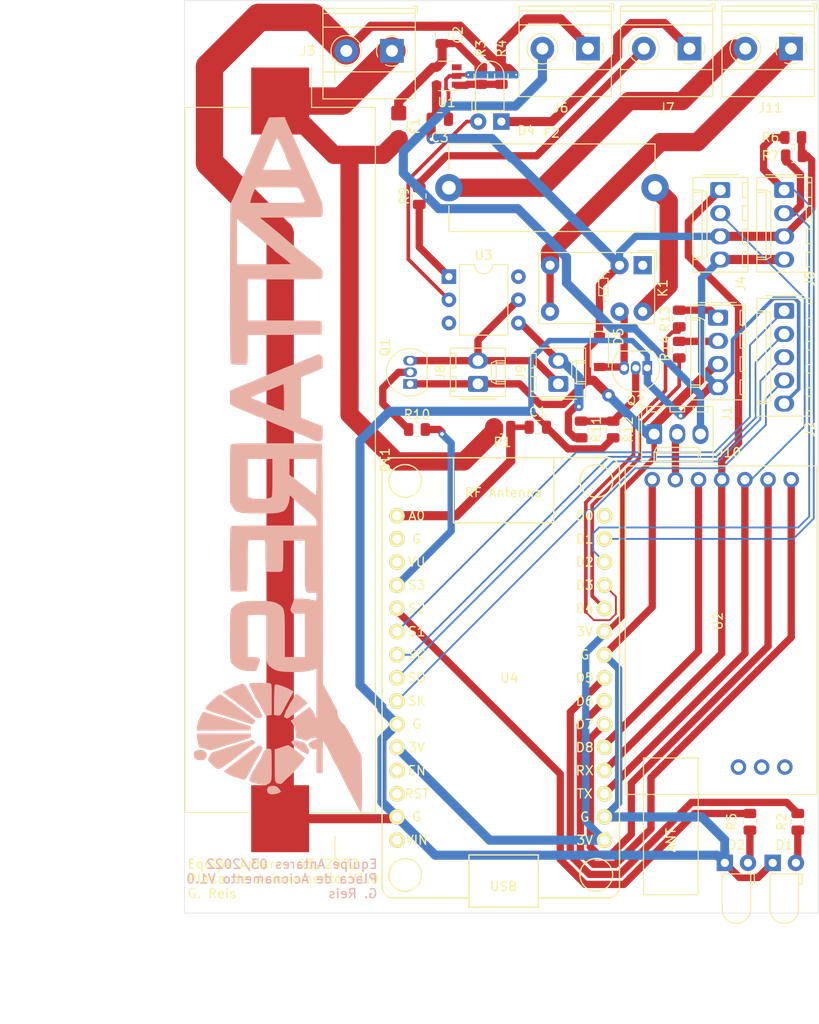
<source format=kicad_pcb>
(kicad_pcb (version 20171130) (host pcbnew 5.1.12-84ad8e8a86~92~ubuntu16.04.1)
  (layers (0 F.Cu signal) (31 B.Cu signal) (34 B.Paste user) (35 F.Paste user) (36 B.SilkS user) (37 F.SilkS user) (38 B.Mask user) (39 F.Mask user) (44 Edge.Cuts user))
  (net 0 "")
  (net 1 GND)
  (net 2 Vbat)
  (net 3 ADC)
  (net 4 "Net-(C2-Pad1)")
  (net 5 3V3)
  (net 6 "Net-(D1-Pad2)")
  (net 7 "Net-(D2-Pad2)")
  (net 8 "Net-(D4-Pad2)")
  (net 9 GND_ISO)
  (net 10 "Net-(D5-Pad2)")
  (net 11 "Net-(F2-Pad2)")
  (net 12 "Net-(F2-Pad1)")
  (net 13 DIO2)
  (net 14 DIO1)
  (net 15 SCLK)
  (net 16 MISO)
  (net 17 CS)
  (net 18 MOSI)
  (net 19 InputLora)
  (net 20 OutputLora)
  (net 21 SDA_MASTER)
  (net 22 SCL_MASTER)
  (net 23 "Net-(J8-Pad2)")
  (net 24 "Net-(J9-Pad2)")
  (net 25 Vext)
  (net 26 VLora)
  (net 27 "Net-(K1-Pad1)")
  (net 28 "Net-(Q1-Pad2)")
  (net 29 "Net-(Q2-Pad2)")
  (net 30 "Net-(U1-Pad3)")
  (net 31 "Net-(R3-Pad1)")
  (net 32 "Net-(U2-Pad10)")
  (net 33 "Net-(U2-Pad9)")
  (net 34 "Net-(U2-Pad8)")
  (net 35 StatusLora)
  (net 36 M1Lora)
  (net 37 M0Lora)
  (net 38 "Net-(U3-Pad6)")
  (net 39 "Net-(U3-Pad3)")
  (net 40 "Net-(R9-Pad1)")
  (net 41 NiCr)
  (net 42 "Net-(R13-Pad2)")
  (net 43 "Net-(R14-Pad1)")
  (net 44 LedAcionamento)
  (net 45 "Net-(U4-Pad13)")
  (net 46 "Net-(U4-Pad12)")
  (net 47 LedErro)
  (net 48 "Net-(U4-Pad3)")
  (net 49 "Net-(U4-Pad2)")
  (net 50 NiCr_ISO)
  (net 51 "Net-(J11-Pad1)")
  (net 52 "Net-(U4-Pad15)")
  (net 53 "Net-(U4-Pad30)")
  (module LoRA:AntaresLogo (layer B.Cu) (at 201.66 73.05 270)
    (fp_text reference G*** hide)
    (fp_text value LOGO hide)
  )
  (module TerminalBlock_Phoenix:TerminalBlock_Phoenix_MKDS-1,5-2_1x02_P5.00mm_Horizontal (layer F.Cu) (at 246.875 27.5 180)
    (fp_text reference J7 (at 2.5 -6.5) (layer F.SilkS))
    (fp_text value Screw_Terminal_01x02)
    (pad 2 thru_hole circle (at 5 0 180) (size 2.6 2.6) (drill 1.3) (layers *.Cu *.Mask) (net 50 NiCr_ISO))
    (pad 1 thru_hole rect (at 0 0 180) (size 2.6 2.6) (drill 1.3) (layers *.Cu *.Mask) (net 9 GND_ISO))
  )
  (module Connector_Molex:Molex_KK-254_AE-6410-05A_1x05_P2.54mm_Vertical (layer F.Cu) (at 257.25 56.25 270)
    (fp_text reference J2 (at 12.99 -2.83 90) (layer F.SilkS))
    (fp_text value Conn_01x05_Male)
    (pad 5 thru_hole oval (at 10.16 0 270) (size 1.74 2.19) (drill 1.19) (layers *.Cu *.Mask) (net 1 GND))
    (pad 4 thru_hole oval (at 7.62 0 270) (size 1.74 2.19) (drill 1.19) (layers *.Cu *.Mask) (net 15 SCLK))
    (pad 3 thru_hole oval (at 5.08 0 270) (size 1.74 2.19) (drill 1.19) (layers *.Cu *.Mask) (net 16 MISO))
    (pad 2 thru_hole oval (at 2.54 0 270) (size 1.74 2.19) (drill 1.19) (layers *.Cu *.Mask) (net 17 CS))
    (pad 1 thru_hole roundrect (at 0 0 270) (size 1.74 2.19) (drill 1.19) (layers *.Cu *.Mask) (roundrect_rratio 0.143678) (net 18 MOSI))
  )
  (module Connector_Molex:Molex_KK-254_AE-6410-04A_1x04_P2.54mm_Vertical (layer F.Cu) (at 257.25 43 270)
    (fp_text reference J5 (at 9.73 -2.83 90) (layer F.SilkS))
    (fp_text value Conn_01x04_Male)
    (pad 4 thru_hole oval (at 7.62 0 270) (size 1.74 2.19) (drill 1.19) (layers *.Cu *.Mask) (net 1 GND))
    (pad 3 thru_hole oval (at 5.08 0 270) (size 1.74 2.19) (drill 1.19) (layers *.Cu *.Mask) (net 5 3V3))
    (pad 2 thru_hole oval (at 2.54 0 270) (size 1.74 2.19) (drill 1.19) (layers *.Cu *.Mask) (net 21 SDA_MASTER))
    (pad 1 thru_hole roundrect (at 0 0 270) (size 1.74 2.19) (drill 1.19) (layers *.Cu *.Mask) (roundrect_rratio 0.143678) (net 22 SCL_MASTER))
  )
  (module LoRA:E32-xxxT20D (layer F.Cu) (at 260.83 73.25 270)
    (fp_text reference U2 (at 17 10.83 90) (layer F.SilkS))
    (fp_text value E32-915T20D)
    (fp_text user ANT (at 41 16 90) (layer F.SilkS))
    (pad 10 thru_hole circle (at 33 3.5 270) (size 1.7 1.7) (drill 1) (layers *.Cu *.Mask) (net 32 "Net-(U2-Pad10)"))
    (pad 9 thru_hole circle (at 33 6.04 270) (size 1.7 1.7) (drill 1) (layers *.Cu *.Mask) (net 33 "Net-(U2-Pad9)"))
    (pad 8 thru_hole circle (at 33 8.58 270) (size 1.7 1.7) (drill 1) (layers *.Cu *.Mask) (net 34 "Net-(U2-Pad8)"))
    (pad 7 thru_hole circle (at 1.5 18.04 270) (size 1.7 1.7) (drill 1) (layers *.Cu *.Mask) (net 1 GND))
    (pad 6 thru_hole circle (at 1.5 15.5 270) (size 1.7 1.7) (drill 1) (layers *.Cu *.Mask) (net 26 VLora))
    (pad 5 thru_hole circle (at 1.5 12.96 270) (size 1.7 1.7) (drill 1) (layers *.Cu *.Mask) (net 35 StatusLora))
    (pad 4 thru_hole circle (at 1.5 10.42 270) (size 1.7 1.7) (drill 1) (layers *.Cu *.Mask) (net 20 OutputLora))
    (pad 3 thru_hole circle (at 1.5 7.88 270) (size 1.7 1.7) (drill 1) (layers *.Cu *.Mask) (net 19 InputLora))
    (pad 2 thru_hole circle (at 1.5 5.34 270) (size 1.7 1.7) (drill 1) (layers *.Cu *.Mask) (net 36 M1Lora))
    (pad 1 thru_hole circle (at 1.5 2.8 270) (size 1.7 1.7) (drill 1) (layers *.Cu *.Mask) (net 37 M0Lora))
  )
  (module Connector_Molex:Molex_KK-254_AE-6410-03A_1x03_P2.54mm_Vertical (layer F.Cu) (at 243 69.75)
    (fp_text reference J10 (at 8.19 2.03) (layer F.SilkS))
    (fp_text value Conn_01x03_Male)
    (pad 3 thru_hole oval (at 5.08 0) (size 1.74 2.19) (drill 1.19) (layers *.Cu *.Mask) (net 25 Vext))
    (pad 2 thru_hole oval (at 2.54 0) (size 1.74 2.19) (drill 1.19) (layers *.Cu *.Mask) (net 26 VLora))
    (pad 1 thru_hole roundrect (at 0 0) (size 1.74 2.19) (drill 1.19) (layers *.Cu *.Mask) (roundrect_rratio 0.143678) (net 5 3V3))
  )
  (module Battery:BatteryHolder_Keystone_1042_1x18650 (layer F.Cu) (at 202 72.58 270)
    (fp_text reference BT1 (at 0 -11.5 90) (layer F.SilkS))
    (fp_text value Battery_Cell)
    (pad "" np_thru_hole circle (at -35.93 -8 270) (size 2.39 2.39) (drill 2.39) (layers *.Cu *.Mask))
    (pad "" np_thru_hole circle (at -27.6 8 270) (size 3.45 3.45) (drill 3.45) (layers *.Cu *.Mask))
    (pad "" np_thru_hole circle (at 27.6 -8 270) (size 3.45 3.45) (drill 3.45) (layers *.Cu *.Mask))
    (pad 2 smd rect (at 39.33 0 270) (size 7.34 6.35) (layers F.Cu F.Paste F.Mask) (net 1 GND))
    (pad 1 smd rect (at -39.33 0 270) (size 7.34 6.35) (layers F.Cu F.Paste F.Mask) (net 2 Vbat))
  )
  (module ESP8266:ESP12F-Devkit-V3 (layer F.Cu) (at 226.5 97.75)
    (fp_text reference U4 (at 0.635 -1.27) (layer F.SilkS))
    (fp_text value "NodeMCU1.0(ESP-12E)")
    (fp_text user USB (at 0 21.59) (layer F.SilkS))
    (fp_text user "RF Antenna" (at 0 -21.59) (layer F.SilkS))
    (fp_text user VIN (at -9.525 16.51) (layer F.SilkS))
    (fp_text user G (at -9.525 13.97) (layer F.SilkS))
    (fp_text user RST (at -9.525 11.43) (layer F.SilkS))
    (fp_text user EN (at -9.525 8.89) (layer F.SilkS))
    (fp_text user 3V (at -9.525 6.35) (layer F.SilkS))
    (fp_text user G (at -9.525 3.81) (layer F.SilkS))
    (fp_text user SK (at -9.525 1.27) (layer F.SilkS))
    (fp_text user SO (at -9.525 -1.27) (layer F.SilkS))
    (fp_text user SC (at -9.525 -3.81) (layer F.SilkS))
    (fp_text user S1 (at -9.525 -6.35) (layer F.SilkS))
    (fp_text user S2 (at -9.525 -8.89) (layer F.SilkS))
    (fp_text user S3 (at -9.525 -11.43) (layer F.SilkS))
    (fp_text user VU (at -9.525 -13.97) (layer F.SilkS))
    (fp_text user G (at -9.525 -16.51) (layer F.SilkS))
    (fp_text user A0 (at -9.525 -19.05) (layer F.SilkS))
    (fp_text user 3V (at 8.89 16.51) (layer F.SilkS))
    (fp_text user G (at 8.89 13.97) (layer F.SilkS))
    (fp_text user TX (at 8.89 11.43) (layer F.SilkS))
    (fp_text user RX (at 8.89 8.89) (layer F.SilkS))
    (fp_text user D8 (at 8.89 6.35) (layer F.SilkS))
    (fp_text user D7 (at 8.89 3.81) (layer F.SilkS))
    (fp_text user D6 (at 8.89 1.27) (layer F.SilkS))
    (fp_text user D5 (at 8.89 -1.27) (layer F.SilkS))
    (fp_text user G (at 8.89 -3.81) (layer F.SilkS))
    (fp_text user 3V (at 8.89 -6.35) (layer F.SilkS))
    (fp_text user D4 (at 8.89 -8.89) (layer F.SilkS))
    (fp_text user D3 (at 8.89 -11.43) (layer F.SilkS))
    (fp_text user D2 (at 8.89 -13.97) (layer F.SilkS))
    (fp_text user D1 (at 8.89 -16.51) (layer F.SilkS))
    (fp_text user D0 (at 8.89 -19.05) (layer F.SilkS))
    (pad 1 thru_hole circle (at -11.695 -19.05) (size 1.7 1.7) (drill 1) (layers *.Cu *.Mask F.SilkS) (net 3 ADC))
    (pad 2 thru_hole circle (at -11.695 -16.51) (size 1.7 1.7) (drill 1) (layers *.Cu *.Mask F.SilkS) (net 49 "Net-(U4-Pad2)"))
    (pad 3 thru_hole circle (at -11.695 -13.97) (size 1.7 1.7) (drill 1) (layers *.Cu *.Mask F.SilkS) (net 48 "Net-(U4-Pad3)"))
    (pad 4 thru_hole circle (at -11.695 -11.43) (size 1.7 1.7) (drill 1) (layers *.Cu *.Mask F.SilkS) (net 41 NiCr))
    (pad 5 thru_hole circle (at -11.695 -8.89) (size 1.7 1.7) (drill 1) (layers *.Cu *.Mask F.SilkS) (net 47 LedErro))
    (pad 6 thru_hole circle (at -11.695 -6.35) (size 1.7 1.7) (drill 1) (layers *.Cu *.Mask F.SilkS) (net 18 MOSI))
    (pad 7 thru_hole circle (at -11.695 -3.81) (size 1.7 1.7) (drill 1) (layers *.Cu *.Mask F.SilkS) (net 17 CS))
    (pad 8 thru_hole circle (at -11.695 -1.27) (size 1.7 1.7) (drill 1) (layers *.Cu *.Mask F.SilkS) (net 16 MISO))
    (pad 9 thru_hole circle (at -11.695 1.27) (size 1.7 1.7) (drill 1) (layers *.Cu *.Mask F.SilkS) (net 15 SCLK))
    (pad 10 thru_hole circle (at -11.695 3.81) (size 1.7 1.7) (drill 1) (layers *.Cu *.Mask F.SilkS) (net 1 GND))
    (pad 11 thru_hole circle (at -11.695 6.35) (size 1.7 1.7) (drill 1) (layers *.Cu *.Mask F.SilkS) (net 5 3V3))
    (pad 12 thru_hole circle (at -11.695 8.89) (size 1.7 1.7) (drill 1) (layers *.Cu *.Mask F.SilkS) (net 46 "Net-(U4-Pad12)"))
    (pad 13 thru_hole circle (at -11.695 11.43) (size 1.7 1.7) (drill 1) (layers *.Cu *.Mask F.SilkS) (net 45 "Net-(U4-Pad13)"))
    (pad 14 thru_hole circle (at -11.695 13.97) (size 1.7 1.7) (drill 1) (layers *.Cu *.Mask F.SilkS) (net 1 GND))
    (pad 15 thru_hole circle (at -11.695 16.51) (size 1.7 1.7) (drill 1) (layers *.Cu *.Mask F.SilkS) (net 52 "Net-(U4-Pad15)"))
    (pad 16 thru_hole circle (at 11.06 16.51) (size 1.7 1.7) (drill 1) (layers *.Cu *.Mask F.SilkS) (net 5 3V3))
    (pad 17 thru_hole circle (at 11.06 13.97) (size 1.7 1.7) (drill 1) (layers *.Cu *.Mask F.SilkS) (net 1 GND))
    (pad 18 thru_hole circle (at 11.06 11.43) (size 1.7 1.7) (drill 1) (layers *.Cu *.Mask F.SilkS) (net 19 InputLora))
    (pad 19 thru_hole circle (at 11.06 8.89) (size 1.7 1.7) (drill 1) (layers *.Cu *.Mask F.SilkS) (net 20 OutputLora))
    (pad 20 thru_hole circle (at 11.06 6.35) (size 1.7 1.7) (drill 1) (layers *.Cu *.Mask F.SilkS) (net 35 StatusLora))
    (pad 21 thru_hole circle (at 11.06 3.81) (size 1.7 1.7) (drill 1) (layers *.Cu *.Mask F.SilkS) (net 36 M1Lora))
    (pad 22 thru_hole circle (at 11.06 1.27) (size 1.7 1.7) (drill 1) (layers *.Cu *.Mask F.SilkS) (net 37 M0Lora))
    (pad 23 thru_hole circle (at 11.06 -1.27) (size 1.7 1.7) (drill 1) (layers *.Cu *.Mask F.SilkS) (net 44 LedAcionamento))
    (pad 24 thru_hole circle (at 11.06 -3.81) (size 1.7 1.7) (drill 1) (layers *.Cu *.Mask F.SilkS) (net 1 GND))
    (pad 25 thru_hole circle (at 11.06 -6.35) (size 1.7 1.7) (drill 1) (layers *.Cu *.Mask F.SilkS) (net 5 3V3))
    (pad 26 thru_hole circle (at 11.06 -8.89) (size 1.7 1.7) (drill 1) (layers *.Cu *.Mask F.SilkS) (net 43 "Net-(R14-Pad1)"))
    (pad 27 thru_hole circle (at 11.06 -11.43) (size 1.7 1.7) (drill 1) (layers *.Cu *.Mask F.SilkS) (net 42 "Net-(R13-Pad2)"))
    (pad 28 thru_hole circle (at 11.06 -13.97) (size 1.7 1.7) (drill 1) (layers *.Cu *.Mask F.SilkS) (net 21 SDA_MASTER))
    (pad 29 thru_hole circle (at 11.06 -16.51) (size 1.7 1.7) (drill 1) (layers *.Cu *.Mask F.SilkS) (net 22 SCL_MASTER))
    (pad 30 thru_hole circle (at 11.06 -19.05) (size 1.7 1.7) (drill 1) (layers *.Cu *.Mask F.SilkS) (net 53 "Net-(U4-Pad30)"))
  )
  (module Resistor_SMD:R_0805_2012Metric (layer F.Cu) (at 226.365 69 180)
    (fp_text reference R1 (at 0 -1.65) (layer F.SilkS))
    (fp_text value 1M)
    (pad 1 smd roundrect (at -0.9125 0 180) (size 1.025 1.4) (layers F.Cu F.Paste F.Mask) (roundrect_rratio 0.243902) (net 3 ADC))
    (pad 2 smd roundrect (at 0.9125 0 180) (size 1.025 1.4) (layers F.Cu F.Paste F.Mask) (roundrect_rratio 0.243902) (net 2 Vbat))
  )
  (module Capacitor_SMD:C_0805_2012Metric (layer F.Cu) (at 230.25 69)
    (fp_text reference C1 (at 0 -1.68) (layer F.SilkS))
    (fp_text value 100n)
    (pad 2 smd roundrect (at 0.95 0) (size 1 1.45) (layers F.Cu F.Paste F.Mask) (net 1 GND))
    (pad 1 smd roundrect (at -0.95 0) (size 1 1.45) (layers F.Cu F.Paste F.Mask) (net 3 ADC))
  )
  (module Package_TO_SOT_THT:TO-92_Inline (layer F.Cu) (at 242.25 62.5 180)
    (fp_text reference Q2 (at 1.27 -3.56) (layer F.SilkS))
    (fp_text value PN2222A)
    (pad 1 thru_hole rect (at 0 0 180) (size 1.05 1.5) (drill 0.75) (layers *.Cu *.Mask) (net 1 GND))
    (pad 3 thru_hole oval (at 2.54 0 180) (size 1.05 1.5) (drill 0.75) (layers *.Cu *.Mask) (net 10 "Net-(D5-Pad2)"))
    (pad 2 thru_hole oval (at 1.27 0 180) (size 1.05 1.5) (drill 0.75) (layers *.Cu *.Mask) (net 29 "Net-(Q2-Pad2)"))
  )
  (module Package_DIP:DIP-6_W7.62mm (layer F.Cu) (at 220.5 52.5)
    (fp_text reference U3 (at 3.81 -2.33) (layer F.SilkS))
    (fp_text value 4N32M)
    (pad 6 thru_hole oval (at 7.62 0) (size 1.6 1.6) (drill 0.8) (layers *.Cu *.Mask) (net 38 "Net-(U3-Pad6)"))
    (pad 3 thru_hole oval (at 0 5.08) (size 1.6 1.6) (drill 0.8) (layers *.Cu *.Mask) (net 39 "Net-(U3-Pad3)"))
    (pad 5 thru_hole oval (at 7.62 2.54) (size 1.6 1.6) (drill 0.8) (layers *.Cu *.Mask) (net 23 "Net-(J8-Pad2)"))
    (pad 2 thru_hole oval (at 0 2.54) (size 1.6 1.6) (drill 0.8) (layers *.Cu *.Mask) (net 8 "Net-(D4-Pad2)"))
    (pad 4 thru_hole oval (at 7.62 5.08) (size 1.6 1.6) (drill 0.8) (layers *.Cu *.Mask) (net 24 "Net-(J9-Pad2)"))
    (pad 1 thru_hole rect (at 0 0) (size 1.6 1.6) (drill 0.8) (layers *.Cu *.Mask) (net 40 "Net-(R9-Pad1)"))
  )
  (module Package_TO_SOT_SMD:SOT-23-5 (layer F.Cu) (at 220.25 30.5 180)
    (fp_text reference U1 (at 0 -2.9) (layer F.SilkS))
    (fp_text value ME6217C33M5G)
    (pad 5 smd rect (at 1.1 -0.95 180) (size 1.06 0.65) (layers F.Cu F.Paste F.Mask) (net 5 3V3))
    (pad 4 smd rect (at 1.1 0.95 180) (size 1.06 0.65) (layers F.Cu F.Paste F.Mask) (net 4 "Net-(C2-Pad1)"))
    (pad 3 smd rect (at -1.1 0.95 180) (size 1.06 0.65) (layers F.Cu F.Paste F.Mask) (net 30 "Net-(U1-Pad3)"))
    (pad 2 smd rect (at -1.1 0 180) (size 1.06 0.65) (layers F.Cu F.Paste F.Mask) (net 1 GND))
    (pad 1 smd rect (at -1.1 -0.95 180) (size 1.06 0.65) (layers F.Cu F.Paste F.Mask) (net 31 "Net-(R3-Pad1)"))
  )
  (module Package_TO_SOT_THT:TO-92_Inline (layer F.Cu) (at 216.25 64.25 90)
    (fp_text reference Q1 (at 4 -2.75 90) (layer F.SilkS))
    (fp_text value 2N3906)
    (pad 1 thru_hole rect (at 0 0 90) (size 1.05 1.5) (drill 0.75) (layers *.Cu *.Mask) (net 5 3V3))
    (pad 3 thru_hole oval (at 2.54 0 90) (size 1.05 1.5) (drill 0.75) (layers *.Cu *.Mask) (net 23 "Net-(J8-Pad2)"))
    (pad 2 thru_hole oval (at 1.27 0 90) (size 1.05 1.5) (drill 0.75) (layers *.Cu *.Mask) (net 28 "Net-(Q1-Pad2)"))
  )
  (module Relay_THT:Relay_SPDT_Omron_G5V-1 (layer F.Cu) (at 241.75 51.25 270)
    (fp_text reference K1 (at 2.5 -2.2 90) (layer F.SilkS))
    (fp_text value HK4100F-DC3V-SHG)
    (pad 5 thru_hole circle (at 0 10.16 270) (size 2 2) (drill 1) (layers *.Cu *.Mask) (net 51 "Net-(J11-Pad1)"))
    (pad 6 thru_hole circle (at 5.08 10.16 270) (size 2 2) (drill 1) (layers *.Cu *.Mask) (net 51 "Net-(J11-Pad1)"))
    (pad 2 thru_hole circle (at 0 2.54 270) (size 2 2) (drill 1) (layers *.Cu *.Mask) (net 5 3V3))
    (pad 1 thru_hole rect (at 0 0 270) (size 2 2) (drill 1) (layers *.Cu *.Mask) (net 27 "Net-(K1-Pad1)"))
    (pad 9 thru_hole circle (at 5.08 2.54 270) (size 2 2) (drill 1) (layers *.Cu *.Mask) (net 10 "Net-(D5-Pad2)"))
    (pad 10 thru_hole circle (at 5.08 0 270) (size 2 2) (drill 1) (layers *.Cu *.Mask) (net 11 "Net-(F2-Pad2)"))
  )
  (module Connector_Molex:Molex_KK-254_AE-6410-02A_1x02_P2.54mm_Vertical (layer F.Cu) (at 232.5 64.25 90)
    (fp_text reference J9 (at 1.27 -4.12 90) (layer F.SilkS))
    (fp_text value Header_1x2)
    (pad 2 thru_hole oval (at 2.54 0 90) (size 1.74 2.19) (drill 1.19) (layers *.Cu *.Mask) (net 24 "Net-(J9-Pad2)"))
    (pad 1 thru_hole roundrect (at 0 0 90) (size 1.74 2.19) (drill 1.19) (layers *.Cu *.Mask) (roundrect_rratio 0.143678) (net 23 "Net-(J8-Pad2)"))
  )
  (module Connector_Molex:Molex_KK-254_AE-6410-02A_1x02_P2.54mm_Vertical (layer F.Cu) (at 223.69 64.25 90)
    (fp_text reference J8 (at 1.27 -4.12 90) (layer F.SilkS))
    (fp_text value Header_1x2)
    (pad 2 thru_hole oval (at 2.54 0 90) (size 1.74 2.19) (drill 1.19) (layers *.Cu *.Mask) (net 23 "Net-(J8-Pad2)"))
    (pad 1 thru_hole roundrect (at 0 0 90) (size 1.74 2.19) (drill 1.19) (layers *.Cu *.Mask) (roundrect_rratio 0.143678) (net 5 3V3))
  )
  (module Connector_Molex:Molex_KK-254_AE-6410-04A_1x04_P2.54mm_Vertical (layer F.Cu) (at 250.25 43 270)
    (fp_text reference J4 (at 10.25 -2.25 90) (layer F.SilkS))
    (fp_text value Conn_01x04_Male)
    (pad 4 thru_hole oval (at 7.62 0 270) (size 1.74 2.19) (drill 1.19) (layers *.Cu *.Mask) (net 1 GND))
    (pad 3 thru_hole oval (at 5.08 0 270) (size 1.74 2.19) (drill 1.19) (layers *.Cu *.Mask) (net 5 3V3))
    (pad 2 thru_hole oval (at 2.54 0 270) (size 1.74 2.19) (drill 1.19) (layers *.Cu *.Mask) (net 19 InputLora))
    (pad 1 thru_hole roundrect (at 0 0 270) (size 1.74 2.19) (drill 1.19) (layers *.Cu *.Mask) (roundrect_rratio 0.143678) (net 20 OutputLora))
  )
  (module Connector_Molex:Molex_KK-254_AE-6410-04A_1x04_P2.54mm_Vertical (layer F.Cu) (at 250 57 270)
    (fp_text reference J1 (at 10.5 -1 90) (layer F.SilkS))
    (fp_text value Conn_01x04_Male)
    (pad 4 thru_hole oval (at 7.62 0 270) (size 1.74 2.19) (drill 1.19) (layers *.Cu *.Mask) (net 1 GND))
    (pad 3 thru_hole oval (at 5.08 0 270) (size 1.74 2.19) (drill 1.19) (layers *.Cu *.Mask) (net 5 3V3))
    (pad 2 thru_hole oval (at 2.54 0 270) (size 1.74 2.19) (drill 1.19) (layers *.Cu *.Mask) (net 13 DIO2))
    (pad 1 thru_hole roundrect (at 0 0 270) (size 1.74 2.19) (drill 1.19) (layers *.Cu *.Mask) (roundrect_rratio 0.143678) (net 14 DIO1))
  )
  (module Fuse:Fuseholder_Cylinder-5x20mm_Stelvio-Kontek_PTF78_Horizontal_Open (layer F.Cu) (at 220.5 42.75)
    (fp_text reference F2 (at 11.25 -6) (layer F.SilkS))
    (fp_text value Fuse)
    (pad 2 thru_hole circle (at 22.6 0) (size 3 3) (drill 1.5) (layers *.Cu *.Mask) (net 11 "Net-(F2-Pad2)"))
    (pad 1 thru_hole circle (at 0 0) (size 3 3) (drill 1.5) (layers *.Cu *.Mask) (net 12 "Net-(F2-Pad1)"))
  )
  (module Fuse:Fuse_1206_3216Metric_Castellated (layer F.Cu) (at 215 36 270)
    (fp_text reference F1 (at 0 -1.78 90) (layer F.SilkS))
    (fp_text value Polyfuse_Small)
    (pad 2 smd roundrect (at 1.425 0 270) (size 1.6 1.65) (layers F.Cu F.Paste F.Mask) (roundrect_rratio 0.15625) (net 2 Vbat))
    (pad 1 smd roundrect (at -1.425 0 270) (size 1.6 1.65) (layers F.Cu F.Paste F.Mask) (roundrect_rratio 0.15625) (net 4 "Net-(C2-Pad1)"))
  )
  (module Diode_SMD:D_SOD-123 (layer F.Cu) (at 237 60.75 270)
    (fp_text reference D5 (at -1.67 -2.1 90) (layer F.SilkS))
    (fp_text value 1N4148)
    (pad 2 smd rect (at 1.65 0 270) (size 0.9 1.2) (layers F.Cu F.Paste F.Mask) (net 10 "Net-(D5-Pad2)"))
    (pad 1 smd rect (at -1.65 0 270) (size 0.9 1.2) (layers F.Cu F.Paste F.Mask) (net 5 3V3))
  )
  (module LED_THT:LED_D3.0mm_Horizontal_O1.27mm_Z2.0mm (layer F.Cu) (at 226.25 35.5 180)
    (fp_text reference D4 (at -2.75 -1) (layer F.SilkS))
    (fp_text value Red)
    (pad 2 thru_hole circle (at 2.54 0 180) (size 1.8 1.8) (drill 0.9) (layers *.Cu *.Mask) (net 8 "Net-(D4-Pad2)"))
    (pad 1 thru_hole rect (at 0 0 180) (size 1.8 1.8) (drill 0.9) (layers *.Cu *.Mask) (net 9 GND_ISO))
  )
  (module LED_THT:LED_D3.0mm_Horizontal_O1.27mm_Z2.0mm (layer F.Cu) (at 250.75 116.75)
    (fp_text reference D2 (at 1.27 -1.96) (layer F.SilkS))
    (fp_text value Red)
    (pad 2 thru_hole circle (at 2.54 0) (size 1.8 1.8) (drill 0.9) (layers *.Cu *.Mask) (net 7 "Net-(D2-Pad2)"))
    (pad 1 thru_hole rect (at 0 0) (size 1.8 1.8) (drill 0.9) (layers *.Cu *.Mask) (net 1 GND))
  )
  (module LED_THT:LED_D3.0mm_Horizontal_O1.27mm_Z2.0mm (layer F.Cu) (at 256 116.75)
    (fp_text reference D1 (at 1.27 -1.96) (layer F.SilkS))
    (fp_text value Green)
    (pad 2 thru_hole circle (at 2.54 0) (size 1.8 1.8) (drill 0.9) (layers *.Cu *.Mask) (net 6 "Net-(D1-Pad2)"))
    (pad 1 thru_hole rect (at 0 0) (size 1.8 1.8) (drill 0.9) (layers *.Cu *.Mask) (net 1 GND))
  )
  (module Capacitor_SMD:C_0805_2012Metric (layer F.Cu) (at 219.5 35.25)
    (fp_text reference C3 (at 0 2) (layer F.SilkS))
    (fp_text value 10u)
    (pad 2 smd roundrect (at 0.95 0) (size 1 1.45) (layers F.Cu F.Paste F.Mask) (net 1 GND))
    (pad 1 smd roundrect (at -0.95 0) (size 1 1.45) (layers F.Cu F.Paste F.Mask) (net 5 3V3))
  )
  (module Capacitor_SMD:C_0805_2012Metric (layer F.Cu) (at 219.75 26 90)
    (fp_text reference C2 (at 0 1.75 90) (layer F.SilkS))
    (fp_text value 10u)
    (pad 2 smd roundrect (at 0.95 0 90) (size 1 1.45) (layers F.Cu F.Paste F.Mask) (net 1 GND))
    (pad 1 smd roundrect (at -0.95 0 90) (size 1 1.45) (layers F.Cu F.Paste F.Mask) (net 4 "Net-(C2-Pad1)"))
  )
  (module TerminalBlock_Phoenix:TerminalBlock_Phoenix_MKDS-1,5-2_1x02_P5.00mm_Horizontal (layer F.Cu) (at 214.25 27.75 180)
    (fp_text reference J3 (at 9.25 0) (layer F.SilkS))
    (fp_text value Screw_Terminal_01x02)
    (pad 1 thru_hole rect (at 0 0 180) (size 2.6 2.6) (drill 1.3) (layers *.Cu *.Mask) (net 2 Vbat))
    (pad 2 thru_hole circle (at 5 0 180) (size 2.6 2.6) (drill 1.3) (layers *.Cu *.Mask) (net 1 GND))
  )
  (module TerminalBlock_Phoenix:TerminalBlock_Phoenix_MKDS-1,5-2_1x02_P5.00mm_Horizontal (layer F.Cu) (at 235.75 27.5 180)
    (fp_text reference J6 (at 3 -6.5) (layer F.SilkS))
    (fp_text value Screw_Terminal_01x02)
    (pad 1 thru_hole rect (at 0 0 180) (size 2.6 2.6) (drill 1.3) (layers *.Cu *.Mask) (net 1 GND))
    (pad 2 thru_hole circle (at 5 0 180) (size 2.6 2.6) (drill 1.3) (layers *.Cu *.Mask) (net 25 Vext))
  )
  (module TerminalBlock_Phoenix:TerminalBlock_Phoenix_MKDS-1,5-2_1x02_P5.00mm_Horizontal (layer F.Cu) (at 258 27.5 180)
    (fp_text reference J11 (at 2.25 -6.5) (layer F.SilkS))
    (fp_text value Screw_Terminal_01x02)
    (pad 2 thru_hole circle (at 5 0 180) (size 2.6 2.6) (drill 1.3) (layers *.Cu *.Mask) (net 12 "Net-(F2-Pad1)"))
    (pad 1 thru_hole rect (at 0 0 180) (size 2.6 2.6) (drill 1.3) (layers *.Cu *.Mask) (net 51 "Net-(J11-Pad1)"))
  )
  (module Resistor_SMD:R_0805_2012Metric (layer F.Cu) (at 258.75 112.25 270)
    (fp_text reference R2 (at 0 1.75 90) (layer F.SilkS))
    (fp_text value 125)
    (pad 2 smd roundrect (at 0.9125 0 270) (size 1.025 1.4) (layers F.Cu F.Paste F.Mask) (roundrect_rratio 0.243902) (net 6 "Net-(D1-Pad2)"))
    (pad 1 smd roundrect (at -0.9125 0 270) (size 1.025 1.4) (layers F.Cu F.Paste F.Mask) (roundrect_rratio 0.243902) (net 44 LedAcionamento))
  )
  (module Resistor_SMD:R_0805_2012Metric (layer F.Cu) (at 224 30.5 90)
    (fp_text reference R3 (at 3 0 270) (layer F.SilkS))
    (fp_text value 0)
    (pad 2 smd roundrect (at 0.9125 0 90) (size 1.025 1.4) (layers F.Cu F.Paste F.Mask) (roundrect_rratio 0.243902) (net 4 "Net-(C2-Pad1)"))
    (pad 1 smd roundrect (at -0.9125 0 90) (size 1.025 1.4) (layers F.Cu F.Paste F.Mask) (roundrect_rratio 0.243902) (net 31 "Net-(R3-Pad1)"))
  )
  (module Resistor_SMD:R_0805_2012Metric (layer F.Cu) (at 226.25 30.5 90)
    (fp_text reference R4 (at 3 0 90) (layer F.SilkS))
    (fp_text value 1M)
    (pad 1 smd roundrect (at -0.9125 0 90) (size 1.025 1.4) (layers F.Cu F.Paste F.Mask) (roundrect_rratio 0.243902) (net 31 "Net-(R3-Pad1)"))
    (pad 2 smd roundrect (at 0.9125 0 90) (size 1.025 1.4) (layers F.Cu F.Paste F.Mask) (roundrect_rratio 0.243902) (net 1 GND))
  )
  (module Resistor_SMD:R_0805_2012Metric (layer F.Cu) (at 253.5 112.25 270)
    (fp_text reference R5 (at 0 2 90) (layer F.SilkS))
    (fp_text value 125)
    (pad 1 smd roundrect (at -0.9125 0 270) (size 1.025 1.4) (layers F.Cu F.Paste F.Mask) (roundrect_rratio 0.243902) (net 47 LedErro))
    (pad 2 smd roundrect (at 0.9125 0 270) (size 1.025 1.4) (layers F.Cu F.Paste F.Mask) (roundrect_rratio 0.243902) (net 7 "Net-(D2-Pad2)"))
  )
  (module Resistor_SMD:R_0805_2012Metric (layer F.Cu) (at 258.25 37.25 180)
    (fp_text reference R6 (at 2.5 0 180) (layer F.SilkS))
    (fp_text value 4.7K)
    (pad 2 smd roundrect (at 0.9125 0 180) (size 1.025 1.4) (layers F.Cu F.Paste F.Mask) (roundrect_rratio 0.243902) (net 22 SCL_MASTER))
    (pad 1 smd roundrect (at -0.9125 0 180) (size 1.025 1.4) (layers F.Cu F.Paste F.Mask) (roundrect_rratio 0.243902) (net 5 3V3))
  )
  (module Resistor_SMD:R_0805_2012Metric (layer F.Cu) (at 258.3375 39.25 180)
    (fp_text reference R7 (at 2.5875 0) (layer F.SilkS))
    (fp_text value 4.7K)
    (pad 1 smd roundrect (at -0.9125 0 180) (size 1.025 1.4) (layers F.Cu F.Paste F.Mask) (roundrect_rratio 0.243902) (net 5 3V3))
    (pad 2 smd roundrect (at 0.9125 0 180) (size 1.025 1.4) (layers F.Cu F.Paste F.Mask) (roundrect_rratio 0.243902) (net 21 SDA_MASTER))
  )
  (module Resistor_SMD:R_0805_2012Metric (layer F.Cu) (at 217.25 43.6625 90)
    (fp_text reference R9 (at 0 -1.65 90) (layer F.SilkS))
    (fp_text value 75)
    (pad 2 smd roundrect (at 0.9125 0 90) (size 1.025 1.4) (layers F.Cu F.Paste F.Mask) (roundrect_rratio 0.243902) (net 50 NiCr_ISO))
    (pad 1 smd roundrect (at -0.9125 0 90) (size 1.025 1.4) (layers F.Cu F.Paste F.Mask) (roundrect_rratio 0.243902) (net 40 "Net-(R9-Pad1)"))
  )
  (module Resistor_SMD:R_0805_2012Metric (layer F.Cu) (at 217 69.25)
    (fp_text reference R10 (at 0 -1.65) (layer F.SilkS))
    (fp_text value 3.3K)
    (pad 2 smd roundrect (at 0.9125 0) (size 1.025 1.4) (layers F.Cu F.Paste F.Mask) (roundrect_rratio 0.243902) (net 41 NiCr))
    (pad 1 smd roundrect (at -0.9125 0) (size 1.025 1.4) (layers F.Cu F.Paste F.Mask) (roundrect_rratio 0.243902) (net 28 "Net-(Q1-Pad2)"))
  )
  (module Resistor_SMD:R_0805_2012Metric (layer F.Cu) (at 235 69.25 270)
    (fp_text reference R11 (at 0 -1.65 90) (layer F.SilkS))
    (fp_text value 330)
    (pad 2 smd roundrect (at 0.9125 0 270) (size 1.025 1.4) (layers F.Cu F.Paste F.Mask) (roundrect_rratio 0.243902) (net 24 "Net-(J9-Pad2)"))
    (pad 1 smd roundrect (at -0.9125 0 270) (size 1.025 1.4) (layers F.Cu F.Paste F.Mask) (roundrect_rratio 0.243902) (net 29 "Net-(Q2-Pad2)"))
  )
  (module Resistor_SMD:R_0805_2012Metric (layer F.Cu) (at 238.5 69.25 270)
    (fp_text reference R12 (at 0 -1.65 90) (layer F.SilkS))
    (fp_text value 10K)
    (pad 1 smd roundrect (at -0.9125 0 270) (size 1.025 1.4) (layers F.Cu F.Paste F.Mask) (roundrect_rratio 0.243902) (net 29 "Net-(Q2-Pad2)"))
    (pad 2 smd roundrect (at 0.9125 0 270) (size 1.025 1.4) (layers F.Cu F.Paste F.Mask) (roundrect_rratio 0.243902) (net 1 GND))
  )
  (module Resistor_SMD:R_0805_2012Metric (layer F.Cu) (at 245.75 57.0875 270)
    (fp_text reference R13 (at 0.0625 1.55 90) (layer F.SilkS))
    (fp_text value 470)
    (pad 2 smd roundrect (at 0.9125 0 270) (size 1.025 1.4) (layers F.Cu F.Paste F.Mask) (roundrect_rratio 0.243902) (net 42 "Net-(R13-Pad2)"))
    (pad 1 smd roundrect (at -0.9125 0 270) (size 1.025 1.4) (layers F.Cu F.Paste F.Mask) (roundrect_rratio 0.243902) (net 14 DIO1))
  )
  (module Resistor_SMD:R_0805_2012Metric (layer F.Cu) (at 245.75 60.5 90)
    (fp_text reference R14 (at 0.15 -1.55 90) (layer F.SilkS))
    (fp_text value 470)
    (pad 1 smd roundrect (at -0.9125 0 90) (size 1.025 1.4) (layers F.Cu F.Paste F.Mask) (roundrect_rratio 0.243902) (net 43 "Net-(R14-Pad1)"))
    (pad 2 smd roundrect (at 0.9125 0 90) (size 1.025 1.4) (layers F.Cu F.Paste F.Mask) (roundrect_rratio 0.243902) (net 13 DIO2))
  )
  (gr_text "Equipe Antares 03/2022\nPlaca de Acionamento V1.0\nG. Reis " (at 212.75 118.5) (layer B.SilkS) (effects (font (size 1 1)) (justify left mirror)))
  (gr_text "Equipe Antares 03/2022\nPlaca de Acionamento V1.0\nG. Reis " (at 191.75 118.5) (layer F.SilkS) (effects (font (size 1 1)) (justify left)))
  (gr_line (start 261 122.25) (end 191.5 122.25) (layer Edge.Cuts) (width 0.05))
  (gr_line (start 191.5 122.25) (end 191.5 22.25) (layer Edge.Cuts) (width 0.05))
  (gr_line (start 261 22.25) (end 191.5 22.25) (layer Edge.Cuts) (width 0.05))
  (gr_line (start 261 122.25) (end 261 22.25) (layer Edge.Cuts) (width 0.05))
  (via (at 245.9 67.75) (size 0.8) (drill 0.4) (layers F.Cu B.Cu) (net 1))
  (via (at 229.5 67.25) (size 0.4) (drill 0.2) (layers F.Cu B.Cu) (net 1))
  (segment (start 256 116.29) (end 255.79 116.5) (width 0.6) (layer F.Cu) (net 1))
  (segment (start 202 47.762998) (end 202 111.91) (width 3) (layer F.Cu) (net 1))
  (segment (start 194.25 29.5) (end 194.25 40.012998) (width 3) (layer F.Cu) (net 1))
  (segment (start 209.25 27.75) (end 205.57501 24.07501) (width 3) (layer F.Cu) (net 1))
  (segment (start 205.57501 24.07501) (end 199.67499 24.07501) (width 3) (layer F.Cu) (net 1))
  (segment (start 199.67499 24.07501) (end 194.25 29.5) (width 3) (layer F.Cu) (net 1))
  (segment (start 194.25 40.012998) (end 195.743501 41.506499) (width 3) (layer F.Cu) (net 1))
  (segment (start 221.7125 25.05) (end 226.25 29.5875) (width 1) (layer F.Cu) (net 1))
  (segment (start 219.75 25.05) (end 221.7125 25.05) (width 1) (layer F.Cu) (net 1))
  (segment (start 211.95 25.05) (end 209.25 27.75) (width 1) (layer F.Cu) (net 1))
  (segment (start 219.75 25.05) (end 211.95 25.05) (width 1) (layer F.Cu) (net 1))
  (segment (start 220.45 32.2) (end 220.180001 31.930001) (width 0.4) (layer F.Cu) (net 1))
  (segment (start 220.45 35.25) (end 220.45 32.2) (width 0.4) (layer F.Cu) (net 1))
  (segment (start 220.180001 30.864997) (end 220.544998 30.5) (width 0.4) (layer F.Cu) (net 1))
  (segment (start 220.544998 30.5) (end 221.35 30.5) (width 0.4) (layer F.Cu) (net 1))
  (segment (start 220.180001 31.930001) (end 220.180001 30.864997) (width 0.4) (layer F.Cu) (net 1))
  (segment (start 195.743501 41.506499) (end 198.868501 44.631499) (width 3) (layer F.Cu) (net 1))
  (segment (start 198.868501 44.631499) (end 202 47.762998) (width 3) (layer F.Cu) (net 1))
  (segment (start 235.75 27.5) (end 235.75 27.25) (width 2) (layer F.Cu) (net 1))
  (segment (start 235.75 27.25) (end 232.75 24.25) (width 1) (layer F.Cu) (net 1))
  (segment (start 232.75 24.25) (end 229 24.25) (width 1) (layer F.Cu) (net 1))
  (segment (start 226.25 27) (end 226.25 29.5875) (width 1) (layer F.Cu) (net 1))
  (segment (start 229 24.25) (end 226.25 27) (width 1) (layer F.Cu) (net 1))
  (segment (start 237.28749 71.37501) (end 238.5 70.1625) (width 0.8) (layer F.Cu) (net 1))
  (segment (start 233.57501 71.37501) (end 237.28749 71.37501) (width 0.8) (layer F.Cu) (net 1))
  (segment (start 231.2 69) (end 233.57501 71.37501) (width 0.8) (layer F.Cu) (net 1))
  (segment (start 250.25 50.62) (end 257.25 50.62) (width 1) (layer F.Cu) (net 1))
  (segment (start 252.350001 118.350001) (end 250.75 116.75) (width 0.8) (layer F.Cu) (net 1))
  (segment (start 254.399999 118.350001) (end 252.350001 118.350001) (width 0.8) (layer F.Cu) (net 1))
  (segment (start 256 116.75) (end 254.399999 118.350001) (width 0.8) (layer F.Cu) (net 1))
  (segment (start 242.79 88.71) (end 237.56 93.94) (width 0.8) (layer F.Cu) (net 1))
  (segment (start 242.79 74.75) (end 242.79 88.71) (width 0.8) (layer F.Cu) (net 1))
  (segment (start 248.20499 62.82499) (end 250 64.62) (width 0.8) (layer B.Cu) (net 1))
  (segment (start 248.20499 52.66501) (end 248.20499 62.82499) (width 0.8) (layer B.Cu) (net 1))
  (segment (start 250.25 50.62) (end 248.20499 52.66501) (width 0.8) (layer B.Cu) (net 1))
  (segment (start 251.59501 59.379312) (end 251.59501 63.02499) (width 0.4) (layer B.Cu) (net 1))
  (segment (start 251.59501 63.02499) (end 250 64.62) (width 0.4) (layer B.Cu) (net 1))
  (segment (start 256.094332 54.87999) (end 251.59501 59.379312) (width 0.4) (layer B.Cu) (net 1))
  (segment (start 258.405668 54.87999) (end 256.094332 54.87999) (width 0.4) (layer B.Cu) (net 1))
  (segment (start 258.84501 55.319332) (end 258.405668 54.87999) (width 0.4) (layer B.Cu) (net 1))
  (segment (start 258.84501 64.81499) (end 258.84501 55.319332) (width 0.4) (layer B.Cu) (net 1))
  (segment (start 257.25 66.41) (end 258.84501 64.81499) (width 0.4) (layer B.Cu) (net 1))
  (segment (start 221.374999 30.375001) (end 222.625001 30.375001) (width 0.4) (layer F.Cu) (net 1))
  (segment (start 221.35 30.4) (end 221.374999 30.375001) (width 0.4) (layer F.Cu) (net 1))
  (segment (start 221.35 30.5) (end 221.35 30.4) (width 0.4) (layer F.Cu) (net 1))
  (segment (start 222.625001 30.375001) (end 222.625001 30.375001) (width 0.4) (layer F.Cu) (net 1))
  (via (at 222.625001 30.375001) (size 0.4) (drill 0.2) (layers F.Cu B.Cu) (net 1))
  (segment (start 222.625001 30.375001) (end 227.874999 30.375001) (width 0.8) (layer B.Cu) (net 1))
  (segment (start 227.874999 30.375001) (end 227.874999 30.375001) (width 0.8) (layer B.Cu) (net 1))
  (via (at 227.874999 30.375001) (size 0.4) (drill 0.2) (layers F.Cu B.Cu) (net 1))
  (segment (start 227.087498 29.5875) (end 226.25 29.5875) (width 0.8) (layer F.Cu) (net 1))
  (segment (start 227.874999 30.375001) (end 227.087498 29.5875) (width 0.8) (layer F.Cu) (net 1))
  (segment (start 242.25 61.15) (end 240.6 59.5) (width 0.6) (layer B.Cu) (net 1))
  (segment (start 242.25 62.5) (end 242.25 61.15) (width 0.6) (layer B.Cu) (net 1))
  (segment (start 240.6 59.5) (end 231.5 59.5) (width 0.6) (layer B.Cu) (net 1))
  (segment (start 231.5 59.5) (end 229.5 61.5) (width 0.6) (layer B.Cu) (net 1))
  (segment (start 229.5 61.5) (end 229.5 67.25) (width 0.6) (layer B.Cu) (net 1))
  (segment (start 231.2 68.95) (end 229.5 67.25) (width 0.6) (layer F.Cu) (net 1))
  (segment (start 231.2 69) (end 231.2 68.95) (width 0.6) (layer F.Cu) (net 1))
  (segment (start 214.615 111.91) (end 214.805 111.72) (width 1) (layer F.Cu) (net 1))
  (segment (start 202 111.91) (end 214.615 111.91) (width 1) (layer F.Cu) (net 1))
  (segment (start 213.154999 110.069999) (end 214.805 111.72) (width 1) (layer B.Cu) (net 1))
  (segment (start 213.154999 103.210001) (end 213.154999 110.069999) (width 1) (layer B.Cu) (net 1))
  (segment (start 214.805 101.56) (end 213.154999 103.210001) (width 1) (layer B.Cu) (net 1))
  (segment (start 249.910001 115.910001) (end 250.75 116.75) (width 1) (layer B.Cu) (net 1))
  (segment (start 218.995001 115.910001) (end 249.910001 115.910001) (width 1) (layer B.Cu) (net 1))
  (segment (start 214.805 111.72) (end 218.995001 115.910001) (width 1) (layer B.Cu) (net 1))
  (segment (start 250.75 116.75) (end 250.75 114.25) (width 1) (layer B.Cu) (net 1))
  (segment (start 248.22 111.72) (end 237.56 111.72) (width 1) (layer B.Cu) (net 1))
  (segment (start 250.75 114.25) (end 248.22 111.72) (width 1) (layer B.Cu) (net 1))
  (segment (start 239.110001 110.169999) (end 237.56 111.72) (width 0.8) (layer B.Cu) (net 1))
  (segment (start 239.110001 95.490001) (end 239.110001 110.169999) (width 0.8) (layer B.Cu) (net 1))
  (segment (start 237.56 93.94) (end 239.110001 95.490001) (width 0.8) (layer B.Cu) (net 1))
  (segment (start 229.5 67.25) (end 214 67.25) (width 1) (layer B.Cu) (net 1))
  (segment (start 214 67.25) (end 210.75 70.5) (width 1) (layer B.Cu) (net 1))
  (segment (start 210.75 70.5) (end 210.75 97.25) (width 1) (layer B.Cu) (net 1))
  (segment (start 213.154999 99.909999) (end 214.805 101.56) (width 1) (layer B.Cu) (net 1))
  (segment (start 213.154999 99.654999) (end 213.154999 99.909999) (width 1) (layer B.Cu) (net 1))
  (segment (start 210.75 97.25) (end 213.154999 99.654999) (width 1) (layer B.Cu) (net 1))
  (segment (start 250 64.62) (end 249.13 64.62) (width 1) (layer F.Cu) (net 1))
  (segment (start 249.13 64.62) (end 246 67.75) (width 0.8) (layer F.Cu) (net 1))
  (segment (start 242.25 64.095029) (end 245.904971 67.75) (width 0.8) (layer B.Cu) (net 1))
  (segment (start 242.25 62.5) (end 242.25 64.095029) (width 0.8) (layer B.Cu) (net 1))
  (segment (start 208.75 33.25) (end 202 33.25) (width 3) (layer F.Cu) (net 2))
  (segment (start 214.25 27.75) (end 208.75 33.25) (width 3) (layer F.Cu) (net 2))
  (segment (start 225.4525 69.4525) (end 222.155 72.75) (width 2) (layer F.Cu) (net 2))
  (segment (start 225.4525 69) (end 225.4525 69.4525) (width 2) (layer F.Cu) (net 2))
  (segment (start 222.155 72.75) (end 214.75 72.75) (width 2) (layer F.Cu) (net 2))
  (segment (start 209.604999 67.604999) (end 209.604999 39.145001) (width 2) (layer F.Cu) (net 2))
  (segment (start 214.75 72.75) (end 209.604999 67.604999) (width 2) (layer F.Cu) (net 2))
  (segment (start 213.279999 39.145001) (end 207.895001 39.145001) (width 2) (layer F.Cu) (net 2))
  (segment (start 207.895001 39.145001) (end 202 33.25) (width 2) (layer F.Cu) (net 2))
  (segment (start 215 37.425) (end 213.279999 39.145001) (width 2) (layer F.Cu) (net 2))
  (segment (start 227.2775 69) (end 229.3 69) (width 0.6) (layer F.Cu) (net 3))
  (segment (start 227.2775 69) (end 227.2775 72.7225) (width 1) (layer F.Cu) (net 3))
  (segment (start 221.3 78.7) (end 214.805 78.7) (width 1) (layer F.Cu) (net 3))
  (segment (start 227.2775 72.7225) (end 221.3 78.7) (width 1) (layer F.Cu) (net 3))
  (segment (start 219.75 28.95) (end 219.15 29.55) (width 1) (layer F.Cu) (net 4))
  (segment (start 219.75 26.95) (end 219.75 28.95) (width 1) (layer F.Cu) (net 4))
  (segment (start 218.754998 29.55) (end 219.15 29.55) (width 1) (layer F.Cu) (net 4))
  (segment (start 215 33.304998) (end 218.754998 29.55) (width 1) (layer F.Cu) (net 4))
  (segment (start 215 34.575) (end 215 33.304998) (width 1) (layer F.Cu) (net 4))
  (segment (start 221.3625 26.95) (end 219.75 26.95) (width 0.8) (layer F.Cu) (net 4))
  (segment (start 224 29.5875) (end 221.3625 26.95) (width 0.8) (layer F.Cu) (net 4))
  (via (at 218.6 37.45) (size 0.8) (drill 0.4) (layers F.Cu B.Cu) (net 5))
  (segment (start 216.25 64.25) (end 223.69 64.25) (width 0.8) (layer F.Cu) (net 5))
  (segment (start 223.69 64.25) (end 224.25 64.25) (width 0.6) (layer F.Cu) (net 5))
  (segment (start 216.19499 64.30501) (end 216.25 64.30501) (width 1) (layer B.Cu) (net 5))
  (segment (start 219.15 34.65) (end 218.55 35.25) (width 1) (layer F.Cu) (net 5))
  (segment (start 219.15 31.45) (end 219.15 34.65) (width 1) (layer F.Cu) (net 5))
  (segment (start 223.69 64.25) (end 228.25 64.25) (width 0.8) (layer F.Cu) (net 5))
  (segment (start 228.25 64.25) (end 230.5 66.5) (width 0.8) (layer F.Cu) (net 5))
  (segment (start 235.699999 60.400001) (end 237 59.1) (width 0.8) (layer F.Cu) (net 5))
  (segment (start 233.05852 66.5) (end 235.699999 63.858521) (width 0.8) (layer F.Cu) (net 5))
  (segment (start 235.699999 63.858521) (end 235.699999 60.400001) (width 0.8) (layer F.Cu) (net 5))
  (segment (start 230.5 66.5) (end 233.05852 66.5) (width 0.8) (layer F.Cu) (net 5))
  (segment (start 237 53.46) (end 239.21 51.25) (width 0.8) (layer F.Cu) (net 5))
  (segment (start 237 59.1) (end 237 53.46) (width 0.8) (layer F.Cu) (net 5))
  (segment (start 259.1625 39.1625) (end 259.25 39.25) (width 0.8) (layer F.Cu) (net 5))
  (segment (start 259.1625 37.25) (end 259.1625 39.1625) (width 0.8) (layer F.Cu) (net 5))
  (segment (start 259.7625 39.25) (end 260.27499 39.76249) (width 0.8) (layer F.Cu) (net 5))
  (segment (start 259.25 39.25) (end 259.7625 39.25) (width 0.8) (layer F.Cu) (net 5))
  (segment (start 260.27499 45.05501) (end 257.25 48.08) (width 0.8) (layer F.Cu) (net 5))
  (segment (start 260.27499 39.76249) (end 260.27499 45.05501) (width 0.8) (layer F.Cu) (net 5))
  (segment (start 257.25 48.08) (end 250.25 48.08) (width 1) (layer F.Cu) (net 5))
  (segment (start 249.775 62.08) (end 243 68.855) (width 1) (layer F.Cu) (net 5))
  (segment (start 243 68.855) (end 243 69.75) (width 1) (layer F.Cu) (net 5))
  (segment (start 250 62.08) (end 249.775 62.08) (width 1) (layer F.Cu) (net 5))
  (segment (start 239.21 49.835787) (end 239.21 51.25) (width 0.8) (layer B.Cu) (net 5))
  (segment (start 240.965787 48.08) (end 239.21 49.835787) (width 0.8) (layer B.Cu) (net 5))
  (segment (start 250.25 48.08) (end 240.965787 48.08) (width 0.8) (layer B.Cu) (net 5))
  (segment (start 224.965 114.26) (end 214.805 104.1) (width 1) (layer B.Cu) (net 5))
  (segment (start 237.56 114.26) (end 224.965 114.26) (width 1) (layer B.Cu) (net 5))
  (segment (start 237.56 114.26) (end 235.5 112.2) (width 0.8) (layer B.Cu) (net 5))
  (segment (start 237.56 91.645998) (end 237.56 91.4) (width 0.8) (layer B.Cu) (net 5))
  (segment (start 235.5 93.705998) (end 237.56 91.645998) (width 0.8) (layer B.Cu) (net 5))
  (segment (start 235.5 112.2) (end 235.5 93.705998) (width 0.8) (layer B.Cu) (net 5))
  (segment (start 235.699999 63.858521) (end 236.358521 63.858521) (width 1) (layer F.Cu) (net 5))
  (segment (start 236.358521 63.858521) (end 238 65.5) (width 1) (layer F.Cu) (net 5))
  (segment (start 238 65.5) (end 238 65.5) (width 1) (layer F.Cu) (net 5))
  (via (at 238 65.5) (size 1.4) (drill 0.7) (layers F.Cu B.Cu) (net 5))
  (segment (start 242.25 69.75) (end 238 65.5) (width 1) (layer B.Cu) (net 5))
  (segment (start 243 69.75) (end 242.25 69.75) (width 1) (layer B.Cu) (net 5))
  (segment (start 237.859964 91.4) (end 237.56 91.4) (width 0.6) (layer F.Cu) (net 5))
  (segment (start 239.510011 89.749953) (end 237.859964 91.4) (width 0.6) (layer F.Cu) (net 5))
  (segment (start 239.510011 75.883987) (end 239.510011 89.749953) (width 0.6) (layer F.Cu) (net 5))
  (segment (start 243 72.393998) (end 239.510011 75.883987) (width 0.6) (layer F.Cu) (net 5))
  (segment (start 243 69.75) (end 243 72.393998) (width 0.6) (layer F.Cu) (net 5))
  (segment (start 218.55 35.25) (end 218.55 37.4) (width 1) (layer F.Cu) (net 5))
  (segment (start 218.768488 37.35) (end 218.634244 37.484244) (width 1) (layer B.Cu) (net 5))
  (segment (start 239.21 51.25) (end 227.460001 39.500001) (width 1) (layer B.Cu) (net 5))
  (segment (start 227.460001 39.500001) (end 227.350001 39.500001) (width 1) (layer B.Cu) (net 5))
  (segment (start 227.350001 39.500001) (end 225.2 37.35) (width 1) (layer B.Cu) (net 5))
  (segment (start 225.2 37.35) (end 218.768488 37.35) (width 1) (layer B.Cu) (net 5))
  (segment (start 258.75 116.54) (end 258.54 116.75) (width 0.8) (layer F.Cu) (net 6))
  (segment (start 258.75 113.1625) (end 258.75 116.54) (width 0.8) (layer F.Cu) (net 6))
  (segment (start 253.5 116.54) (end 253.29 116.75) (width 0.8) (layer F.Cu) (net 7))
  (segment (start 253.5 113.1625) (end 253.5 116.54) (width 0.8) (layer F.Cu) (net 7))
  (segment (start 216.04999 50.58999) (end 220.5 55.04) (width 0.4) (layer F.Cu) (net 8))
  (segment (start 222.437208 35.5) (end 216.04999 41.887218) (width 0.4) (layer F.Cu) (net 8))
  (segment (start 216.04999 41.887218) (end 216.04999 50.58999) (width 0.4) (layer F.Cu) (net 8))
  (segment (start 223.71 35.5) (end 222.437208 35.5) (width 0.4) (layer F.Cu) (net 8))
  (segment (start 226.25 35.5) (end 226.5 35.25) (width 1) (layer F.Cu) (net 9))
  (segment (start 231.790002 35.5) (end 239 28.290002) (width 1) (layer F.Cu) (net 9))
  (segment (start 226.25 35.5) (end 231.790002 35.5) (width 1) (layer F.Cu) (net 9))
  (segment (start 239 28.290002) (end 239 26.25) (width 1) (layer F.Cu) (net 9))
  (segment (start 239 26.25) (end 240.5 24.75) (width 1) (layer F.Cu) (net 9))
  (segment (start 244.125 24.75) (end 246.875 27.5) (width 1) (layer F.Cu) (net 9))
  (segment (start 240.5 24.75) (end 244.125 24.75) (width 1) (layer F.Cu) (net 9))
  (segment (start 239.61 62.4) (end 239.71 62.5) (width 0.8) (layer F.Cu) (net 10))
  (segment (start 237 62.4) (end 239.61 62.4) (width 0.8) (layer F.Cu) (net 10))
  (segment (start 239.71 56.83) (end 239.21 56.33) (width 0.8) (layer F.Cu) (net 10))
  (segment (start 239.71 62.5) (end 239.71 56.83) (width 0.8) (layer F.Cu) (net 10))
  (segment (start 244.599999 53.480001) (end 241.75 56.33) (width 2) (layer F.Cu) (net 11))
  (segment (start 244.599999 44.249999) (end 244.599999 53.480001) (width 2) (layer F.Cu) (net 11))
  (segment (start 243.1 42.75) (end 244.599999 44.249999) (width 2) (layer F.Cu) (net 11))
  (segment (start 220.5 42.75) (end 230.75 42.75) (width 2) (layer F.Cu) (net 12))
  (segment (start 230.75 42.75) (end 240.25 33.25) (width 2) (layer F.Cu) (net 12))
  (segment (start 251.815002 27.5) (end 253 27.5) (width 2) (layer F.Cu) (net 12))
  (segment (start 246.065002 33.25) (end 251.815002 27.5) (width 2) (layer F.Cu) (net 12))
  (segment (start 240.25 33.25) (end 246.065002 33.25) (width 2) (layer F.Cu) (net 12))
  (segment (start 249.9525 59.5875) (end 250 59.54) (width 0.8) (layer F.Cu) (net 13))
  (segment (start 245.75 59.5875) (end 249.9525 59.5875) (width 0.8) (layer F.Cu) (net 13))
  (segment (start 249.175 56.175) (end 250 57) (width 0.8) (layer F.Cu) (net 14))
  (segment (start 245.75 56.175) (end 249.175 56.175) (width 0.8) (layer F.Cu) (net 14))
  (segment (start 214.805 98.404002) (end 214.805 99.02) (width 0.3) (layer B.Cu) (net 15))
  (segment (start 257.25 63.87) (end 255.25 65.87) (width 0.2) (layer B.Cu) (net 15))
  (segment (start 255.25 68.75) (end 250.500001 73.499999) (width 0.2) (layer B.Cu) (net 15))
  (segment (start 250.500001 73.499999) (end 240.909999 73.499999) (width 0.2) (layer B.Cu) (net 15))
  (segment (start 255.25 65.87) (end 255.25 68.75) (width 0.2) (layer B.Cu) (net 15))
  (segment (start 235.725001 78.099999) (end 214.805 99.02) (width 0.2) (layer B.Cu) (net 15))
  (segment (start 236.309999 78.099999) (end 235.725001 78.099999) (width 0.2) (layer B.Cu) (net 15))
  (segment (start 240.909999 73.499999) (end 236.309999 78.099999) (width 0.2) (layer B.Cu) (net 15))
  (segment (start 238.535 72.75) (end 214.805 96.48) (width 0.2) (layer B.Cu) (net 16))
  (segment (start 257.25 61.33) (end 254.646435 63.933565) (width 0.2) (layer B.Cu) (net 16))
  (segment (start 254.646435 63.933565) (end 254.646435 68.146435) (width 0.2) (layer B.Cu) (net 16))
  (segment (start 254.646435 68.146435) (end 250.04287 72.75) (width 0.2) (layer B.Cu) (net 16))
  (segment (start 250.04287 72.75) (end 238.535 72.75) (width 0.2) (layer B.Cu) (net 16))
  (segment (start 216.31 93.94) (end 214.805 93.94) (width 0.2) (layer B.Cu) (net 17))
  (segment (start 249.83576 72.24999) (end 238.00001 72.24999) (width 0.2) (layer B.Cu) (net 17))
  (segment (start 238.00001 72.24999) (end 216.31 93.94) (width 0.2) (layer B.Cu) (net 17))
  (segment (start 254.146425 67.939325) (end 249.83576 72.24999) (width 0.2) (layer B.Cu) (net 17))
  (segment (start 257.25 58.79) (end 254.116087 61.923913) (width 0.2) (layer B.Cu) (net 17))
  (segment (start 254.116087 61.923913) (end 254.116087 67.383913) (width 0.2) (layer B.Cu) (net 17))
  (segment (start 254.116087 67.383913) (end 254.146425 67.414251) (width 0.2) (layer B.Cu) (net 17))
  (segment (start 254.146425 67.414251) (end 254.146425 67.939325) (width 0.2) (layer B.Cu) (net 17))
  (segment (start 214.805 91.4) (end 215.35 91.4) (width 0.3) (layer B.Cu) (net 18))
  (segment (start 237.79288 71.75) (end 234.455 71.75) (width 0.2) (layer B.Cu) (net 18))
  (segment (start 237.7929 71.74998) (end 237.79288 71.75) (width 0.2) (layer B.Cu) (net 18))
  (segment (start 234.455 71.75) (end 214.805 91.4) (width 0.2) (layer B.Cu) (net 18))
  (segment (start 257.25 56.25) (end 253.5 60) (width 0.2) (layer B.Cu) (net 18))
  (segment (start 253.5 60) (end 253.5 67.87863) (width 0.2) (layer B.Cu) (net 18))
  (segment (start 253.5 67.87863) (end 249.62865 71.74998) (width 0.2) (layer B.Cu) (net 18))
  (segment (start 249.62865 71.74998) (end 237.7929 71.74998) (width 0.2) (layer B.Cu) (net 18))
  (segment (start 252.95 93.79) (end 237.56 109.18) (width 0.8) (layer F.Cu) (net 19))
  (segment (start 252.95 74.75) (end 252.95 93.79) (width 0.8) (layer F.Cu) (net 19))
  (segment (start 253.639998 74.75) (end 252.95 74.75) (width 0.2) (layer B.Cu) (net 19))
  (segment (start 250.25 45.54) (end 250.25 45.641065) (width 0.2) (layer B.Cu) (net 19))
  (segment (start 250.25 45.641065) (end 259.49999 54.891055) (width 0.2) (layer B.Cu) (net 19))
  (segment (start 259.49999 54.891055) (end 259.49999 68.890008) (width 0.2) (layer B.Cu) (net 19))
  (segment (start 259.49999 68.890008) (end 253.639998 74.75) (width 0.2) (layer B.Cu) (net 19))
  (segment (start 246.75 46.5) (end 247.25 46) (width 0.8) (layer F.Cu) (net 20))
  (segment (start 246.75 50.25) (end 246.75 46.5) (width 0.8) (layer F.Cu) (net 20))
  (segment (start 250.41 74.75) (end 250.41 72.59) (width 0.8) (layer F.Cu) (net 20))
  (segment (start 252.25 70.75) (end 252.25 55.75) (width 0.8) (layer F.Cu) (net 20))
  (segment (start 247.25 46) (end 250.25 43) (width 0.8) (layer F.Cu) (net 20))
  (segment (start 252.25 55.75) (end 246.75 50.25) (width 0.8) (layer F.Cu) (net 20))
  (segment (start 250.41 72.59) (end 252.25 70.75) (width 0.8) (layer F.Cu) (net 20))
  (segment (start 250.41 93.79) (end 237.56 106.64) (width 0.8) (layer F.Cu) (net 20))
  (segment (start 250.41 74.75) (end 250.41 93.79) (width 0.8) (layer F.Cu) (net 20))
  (segment (start 257.425 39.25) (end 257.425 39.925) (width 0.8) (layer F.Cu) (net 21))
  (segment (start 257.425 39.25) (end 257.425 39.675) (width 0.8) (layer F.Cu) (net 21))
  (segment (start 259.04501 41.29501) (end 259.04501 44.70499) (width 0.8) (layer F.Cu) (net 21))
  (segment (start 257.425 39.675) (end 259.04501 41.29501) (width 0.8) (layer F.Cu) (net 21))
  (segment (start 258.21 45.54) (end 257.25 45.54) (width 0.8) (layer F.Cu) (net 21))
  (segment (start 259.04501 44.70499) (end 258.21 45.54) (width 0.8) (layer F.Cu) (net 21))
  (segment (start 258.545 45.54) (end 260 46.995) (width 0.2) (layer B.Cu) (net 21))
  (segment (start 257.25 45.54) (end 258.545 45.54) (width 0.2) (layer B.Cu) (net 21))
  (segment (start 260 46.995) (end 260 78.79288) (width 0.2) (layer B.Cu) (net 21))
  (segment (start 236.309999 82.529999) (end 237.56 83.78) (width 0.2) (layer B.Cu) (net 21))
  (segment (start 236.309999 80.639999) (end 236.309999 82.529999) (width 0.2) (layer B.Cu) (net 21))
  (segment (start 236.959999 79.989999) (end 236.309999 80.639999) (width 0.2) (layer B.Cu) (net 21))
  (segment (start 258.802881 79.989999) (end 236.959999 79.989999) (width 0.2) (layer B.Cu) (net 21))
  (segment (start 260 78.79288) (end 258.802881 79.989999) (width 0.2) (layer B.Cu) (net 21))
  (segment (start 257.3375 37.25) (end 256 37.25) (width 0.8) (layer F.Cu) (net 22))
  (segment (start 256 37.25) (end 255 38.25) (width 0.8) (layer F.Cu) (net 22))
  (segment (start 255 40.75) (end 257.25 43) (width 0.8) (layer F.Cu) (net 22))
  (segment (start 255 38.25) (end 255 40.75) (width 0.8) (layer F.Cu) (net 22))
  (segment (start 258.345 43) (end 260.5 45.155) (width 0.2) (layer B.Cu) (net 22))
  (segment (start 257.25 43) (end 258.345 43) (width 0.2) (layer B.Cu) (net 22))
  (segment (start 260.5 45.155) (end 260.5 79) (width 0.2) (layer B.Cu) (net 22))
  (segment (start 258.26 81.24) (end 237.56 81.24) (width 0.2) (layer B.Cu) (net 22))
  (segment (start 260.5 79) (end 258.26 81.24) (width 0.2) (layer B.Cu) (net 22))
  (segment (start 223.69 61.71) (end 223.69 61.47) (width 0.6) (layer F.Cu) (net 23))
  (segment (start 216.25 61.71) (end 223.69 61.71) (width 0.8) (layer F.Cu) (net 23))
  (segment (start 223.69 59.47) (end 223.69 61.71) (width 0.8) (layer F.Cu) (net 23))
  (segment (start 228.12 55.04) (end 223.69 59.47) (width 0.8) (layer F.Cu) (net 23))
  (segment (start 229.96 61.71) (end 232.5 64.25) (width 0.8) (layer F.Cu) (net 23))
  (segment (start 223.69 61.71) (end 229.96 61.71) (width 0.8) (layer F.Cu) (net 23))
  (segment (start 228.37 57.58) (end 232.5 61.71) (width 0.8) (layer F.Cu) (net 24))
  (segment (start 228.12 57.58) (end 228.37 57.58) (width 0.8) (layer F.Cu) (net 24))
  (segment (start 232.909942 61.71) (end 234.75 63.550058) (width 1) (layer B.Cu) (net 24))
  (segment (start 232.5 61.71) (end 232.909942 61.71) (width 1) (layer B.Cu) (net 24))
  (segment (start 234.75 63.550058) (end 234.75 66.75) (width 1) (layer B.Cu) (net 24))
  (segment (start 234.75 66.75) (end 234.75 66.75) (width 1) (layer B.Cu) (net 24))
  (via (at 234.75 66.75) (size 0.8) (drill 0.4) (layers F.Cu B.Cu) (net 24))
  (segment (start 234.3 70.1625) (end 235 70.1625) (width 0.8) (layer F.Cu) (net 24))
  (segment (start 233.59999 69.46249) (end 234.3 70.1625) (width 0.8) (layer F.Cu) (net 24))
  (segment (start 233.59999 67.514178) (end 233.59999 69.46249) (width 0.8) (layer F.Cu) (net 24))
  (segment (start 234.364168 66.75) (end 233.59999 67.514178) (width 0.8) (layer F.Cu) (net 24))
  (segment (start 234.75 66.75) (end 234.364168 66.75) (width 0.8) (layer F.Cu) (net 24))
  (segment (start 230.75 30.84) (end 230.75 27.5) (width 1) (layer B.Cu) (net 25))
  (segment (start 227.790001 33.799999) (end 230.75 30.84) (width 1) (layer B.Cu) (net 25))
  (segment (start 215.499999 38.779999) (end 220.479999 33.799999) (width 1) (layer B.Cu) (net 25))
  (segment (start 240.785649 58.130001) (end 238.345999 58.130001) (width 1) (layer B.Cu) (net 25))
  (segment (start 247.004981 64.349333) (end 240.785649 58.130001) (width 0.8) (layer B.Cu) (net 25))
  (segment (start 220.479999 33.799999) (end 227.790001 33.799999) (width 1) (layer B.Cu) (net 25))
  (segment (start 238.345999 58.130001) (end 233.390001 53.174003) (width 1) (layer B.Cu) (net 25))
  (segment (start 233.390001 53.174003) (end 233.390001 50.385999) (width 1) (layer B.Cu) (net 25))
  (segment (start 233.390001 50.385999) (end 228.054003 45.050001) (width 1) (layer B.Cu) (net 25))
  (segment (start 228.054003 45.050001) (end 219.395999 45.050001) (width 1) (layer B.Cu) (net 25))
  (segment (start 215.499999 41.154001) (end 215.499999 38.779999) (width 1) (layer B.Cu) (net 25))
  (segment (start 219.395999 45.050001) (end 215.499999 41.154001) (width 1) (layer B.Cu) (net 25))
  (segment (start 248.08 65.424352) (end 247.004981 64.349333) (width 0.8) (layer B.Cu) (net 25))
  (segment (start 248.08 69.75) (end 248.08 65.424352) (width 0.8) (layer B.Cu) (net 25))
  (segment (start 245.33 69.96) (end 245.54 69.75) (width 0.8) (layer F.Cu) (net 26))
  (segment (start 245.33 74.75) (end 245.33 69.96) (width 0.8) (layer F.Cu) (net 26))
  (segment (start 214.984998 62.98) (end 213.25 64.714998) (width 0.8) (layer F.Cu) (net 28))
  (segment (start 216.25 62.98) (end 214.984998 62.98) (width 0.8) (layer F.Cu) (net 28))
  (segment (start 213.25 66.4125) (end 216.0875 69.25) (width 0.8) (layer F.Cu) (net 28))
  (segment (start 213.25 64.714998) (end 213.25 66.4125) (width 0.8) (layer F.Cu) (net 28))
  (segment (start 240.98 62.52) (end 240.83501 62.66499) (width 0.6) (layer F.Cu) (net 29))
  (segment (start 240.98 62.5) (end 240.98 62.52) (width 0.6) (layer F.Cu) (net 29))
  (segment (start 240.98 65.8575) (end 238.5 68.3375) (width 0.8) (layer F.Cu) (net 29))
  (segment (start 240.98 62.5) (end 240.98 65.8575) (width 0.8) (layer F.Cu) (net 29))
  (segment (start 235 68.3375) (end 238.5 68.3375) (width 0.8) (layer F.Cu) (net 29))
  (segment (start 222.440001 31.525001) (end 221.35 31.525001) (width 0.8) (layer F.Cu) (net 31))
  (segment (start 222.552502 31.4125) (end 222.440001 31.525001) (width 0.8) (layer F.Cu) (net 31))
  (segment (start 224 31.4125) (end 222.552502 31.4125) (width 0.8) (layer F.Cu) (net 31))
  (segment (start 226.25 31.4125) (end 224 31.4125) (width 0.8) (layer F.Cu) (net 31))
  (segment (start 237.56 103.854002) (end 237.56 104.1) (width 0.8) (layer F.Cu) (net 35))
  (segment (start 247.87 93.544002) (end 237.56 103.854002) (width 0.8) (layer F.Cu) (net 35))
  (segment (start 247.87 74.75) (end 247.87 93.544002) (width 0.8) (layer F.Cu) (net 35))
  (segment (start 255.49 74.75) (end 255.49 93.01) (width 0.8) (layer F.Cu) (net 36))
  (segment (start 255.49 93.01) (end 240.5 108) (width 0.8) (layer F.Cu) (net 36))
  (segment (start 236.009999 115.004001) (end 236.009999 103.110001) (width 0.8) (layer F.Cu) (net 36))
  (segment (start 236.009999 103.110001) (end 237.56 101.56) (width 0.8) (layer F.Cu) (net 36))
  (segment (start 236.815999 115.810001) (end 236.009999 115.004001) (width 0.8) (layer F.Cu) (net 36))
  (segment (start 238.304001 115.810001) (end 236.815999 115.810001) (width 0.8) (layer F.Cu) (net 36))
  (segment (start 240.5 113.614002) (end 238.304001 115.810001) (width 0.8) (layer F.Cu) (net 36))
  (segment (start 240.5 108) (end 240.5 113.614002) (width 0.8) (layer F.Cu) (net 36))
  (segment (start 234.909989 115.45964) (end 234.909989 101.670011) (width 0.8) (layer F.Cu) (net 37))
  (segment (start 242.652824 113.016827) (end 238.75964 116.910011) (width 0.8) (layer F.Cu) (net 37))
  (segment (start 236.36036 116.910011) (end 234.909989 115.45964) (width 0.8) (layer F.Cu) (net 37))
  (segment (start 242.652824 107.402824) (end 242.652824 113.016827) (width 0.8) (layer F.Cu) (net 37))
  (segment (start 238.75964 116.910011) (end 236.36036 116.910011) (width 0.8) (layer F.Cu) (net 37))
  (segment (start 258.03 92.025648) (end 242.652824 107.402824) (width 0.8) (layer F.Cu) (net 37))
  (segment (start 234.909989 101.670011) (end 237.56 99.02) (width 0.8) (layer F.Cu) (net 37))
  (segment (start 258.03 74.75) (end 258.03 92.025648) (width 0.8) (layer F.Cu) (net 37))
  (segment (start 217.25 49.25) (end 220.5 52.5) (width 0.8) (layer F.Cu) (net 40))
  (segment (start 217.25 44.575) (end 217.25 49.25) (width 0.8) (layer F.Cu) (net 40))
  (via (at 219.75 69.75) (size 0.8) (drill 0.4) (layers F.Cu B.Cu) (net 41))
  (segment (start 214.805 86.32) (end 220.75 80.375) (width 0.8) (layer B.Cu) (net 41))
  (segment (start 220.75 80.375) (end 220.75 70.75) (width 0.8) (layer B.Cu) (net 41))
  (segment (start 220.75 70.75) (end 219.75 69.75) (width 0.8) (layer B.Cu) (net 41))
  (segment (start 219.75 69.75) (end 219.75 69.75) (width 0.8) (layer B.Cu) (net 41))
  (segment (start 219.45 69.25) (end 219.75 69.55) (width 0.8) (layer F.Cu) (net 41))
  (segment (start 217.9125 69.25) (end 219.45 69.25) (width 0.8) (layer F.Cu) (net 41))
  (segment (start 240.739989 72.020049) (end 235.509989 77.250048) (width 0.4) (layer F.Cu) (net 42))
  (segment (start 240.739989 68.49437) (end 240.739989 72.020049) (width 0.4) (layer F.Cu) (net 42))
  (segment (start 244.25 64.98436) (end 240.739989 68.49437) (width 0.4) (layer F.Cu) (net 42))
  (segment (start 244.25 59.314322) (end 244.25 64.98436) (width 0.4) (layer F.Cu) (net 42))
  (segment (start 245.75 58) (end 245.75 58.5125) (width 0.4) (layer F.Cu) (net 42))
  (segment (start 245.75 58.5125) (end 245.68751 58.57499) (width 0.4) (layer F.Cu) (net 42))
  (segment (start 244.989332 58.57499) (end 244.25 59.314322) (width 0.4) (layer F.Cu) (net 42))
  (segment (start 235.509989 77.250048) (end 235.509989 89.259989) (width 0.4) (layer F.Cu) (net 42))
  (segment (start 245.68751 58.57499) (end 244.989332 58.57499) (width 0.4) (layer F.Cu) (net 42))
  (segment (start 235.509989 89.259989) (end 236.399999 90.149999) (width 0.2) (layer F.Cu) (net 42))
  (segment (start 238.810001 89.460001) (end 238.810001 87.570001) (width 0.2) (layer F.Cu) (net 42))
  (segment (start 238.810001 87.570001) (end 237.56 86.32) (width 0.2) (layer F.Cu) (net 42))
  (segment (start 238.120003 90.149999) (end 238.810001 89.460001) (width 0.2) (layer F.Cu) (net 42))
  (segment (start 236.399999 90.149999) (end 238.120003 90.149999) (width 0.2) (layer F.Cu) (net 42))
  (segment (start 245.75 64.474322) (end 241.439999 68.784323) (width 0.4) (layer F.Cu) (net 43))
  (segment (start 245.75 61.4125) (end 245.75 64.474322) (width 0.4) (layer F.Cu) (net 43))
  (segment (start 241.439999 68.784323) (end 241.439999 72.310001) (width 0.4) (layer F.Cu) (net 43))
  (segment (start 236.209999 87.509999) (end 237.56 88.86) (width 0.4) (layer F.Cu) (net 43))
  (segment (start 236.209999 77.540001) (end 236.209999 87.509999) (width 0.4) (layer F.Cu) (net 43))
  (segment (start 241.439999 72.310001) (end 236.209999 77.540001) (width 0.4) (layer F.Cu) (net 43))
  (segment (start 233.809979 100.230021) (end 237.56 96.48) (width 0.8) (layer F.Cu) (net 44))
  (segment (start 235.904721 118.010021) (end 233.809979 115.915279) (width 0.8) (layer F.Cu) (net 44))
  (segment (start 233.809979 115.915279) (end 233.809979 100.230021) (width 0.8) (layer F.Cu) (net 44))
  (segment (start 247.10031 110.12499) (end 239.215279 118.010021) (width 0.8) (layer F.Cu) (net 44))
  (segment (start 239.215279 118.010021) (end 235.904721 118.010021) (width 0.8) (layer F.Cu) (net 44))
  (segment (start 257.53749 110.12499) (end 247.10031 110.12499) (width 0.8) (layer F.Cu) (net 44))
  (segment (start 258.75 111.3375) (end 257.53749 110.12499) (width 0.8) (layer F.Cu) (net 44))
  (segment (start 215.198998 88.86) (end 214.805 88.86) (width 0.6) (layer F.Cu) (net 47))
  (segment (start 235.449082 119.110031) (end 232.709969 116.370918) (width 0.8) (layer F.Cu) (net 47))
  (segment (start 247.443448 111.3375) (end 239.670918 119.110031) (width 0.8) (layer F.Cu) (net 47))
  (segment (start 239.670918 119.110031) (end 235.449082 119.110031) (width 0.8) (layer F.Cu) (net 47))
  (segment (start 253.5 111.3375) (end 247.443448 111.3375) (width 0.8) (layer F.Cu) (net 47))
  (segment (start 214.805 89.105998) (end 214.805 88.86) (width 0.8) (layer F.Cu) (net 47))
  (segment (start 232.709969 107.010967) (end 214.805 89.105998) (width 0.8) (layer F.Cu) (net 47))
  (segment (start 232.709969 116.370918) (end 232.709969 107.010967) (width 0.8) (layer F.Cu) (net 47))
  (segment (start 217.25 42.2375) (end 220.2375 39.25) (width 0.8) (layer F.Cu) (net 50))
  (segment (start 217.25 42.75) (end 217.25 42.2375) (width 1) (layer F.Cu) (net 50))
  (segment (start 230.125 39.25) (end 241.875 27.5) (width 0.8) (layer F.Cu) (net 50))
  (segment (start 220.2375 39.25) (end 230.125 39.25) (width 0.8) (layer F.Cu) (net 50))
  (segment (start 231.59 56.33) (end 231.59 51.25) (width 0.8) (layer F.Cu) (net 51))
  (segment (start 231.59 49.835787) (end 243.675787 37.75) (width 2) (layer F.Cu) (net 51))
  (segment (start 231.59 51.25) (end 231.59 49.835787) (width 2) (layer F.Cu) (net 51))
  (segment (start 247.75 37.75) (end 258 27.5) (width 2) (layer F.Cu) (net 51))
  (segment (start 243.675787 37.75) (end 247.75 37.75) (width 2) (layer F.Cu) (net 51))
)
</source>
